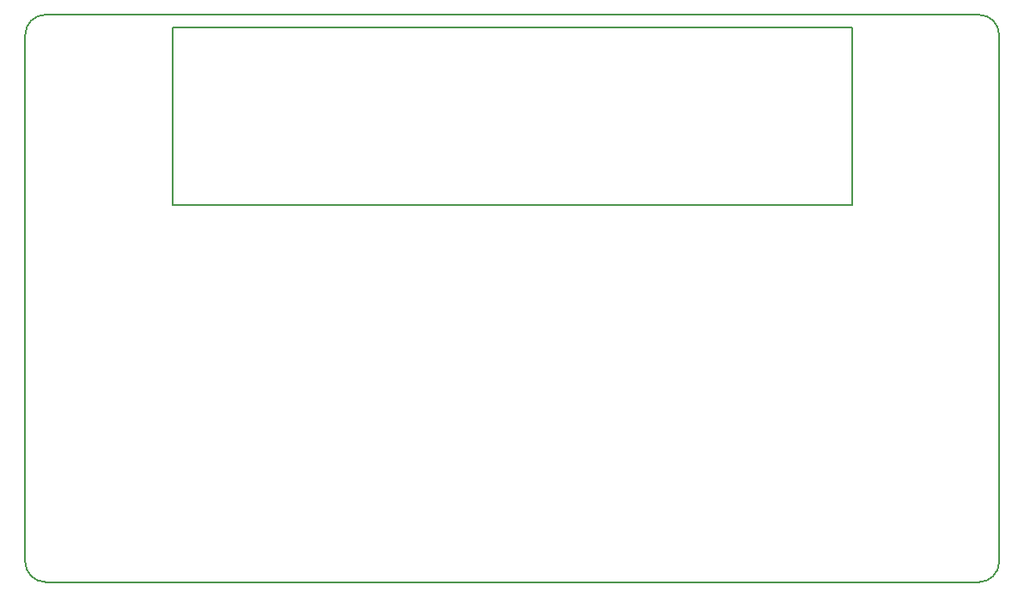
<source format=gbr>
G04 #@! TF.GenerationSoftware,KiCad,Pcbnew,5.1.8-db9833491~87~ubuntu20.04.1*
G04 #@! TF.CreationDate,2020-11-19T12:33:46+01:00*
G04 #@! TF.ProjectId,lucy,6c756379-2e6b-4696-9361-645f70636258,v1.0*
G04 #@! TF.SameCoordinates,Original*
G04 #@! TF.FileFunction,Profile,NP*
%FSLAX46Y46*%
G04 Gerber Fmt 4.6, Leading zero omitted, Abs format (unit mm)*
G04 Created by KiCad (PCBNEW 5.1.8-db9833491~87~ubuntu20.04.1) date 2020-11-19 12:33:46*
%MOMM*%
%LPD*%
G01*
G04 APERTURE LIST*
G04 #@! TA.AperFunction,Profile*
%ADD10C,0.150000*%
G04 #@! TD*
G04 APERTURE END LIST*
D10*
X116500000Y-90750000D02*
X116500000Y-73250000D01*
X183500000Y-90750000D02*
X116500000Y-90750000D01*
X183500000Y-73250000D02*
X183500000Y-90750000D01*
X116500000Y-73250000D02*
X183500000Y-73250000D01*
X196000000Y-72000000D02*
G75*
G02*
X198000000Y-74000000I0J-2000000D01*
G01*
X198000000Y-126000000D02*
G75*
G02*
X196000000Y-128000000I-2000000J0D01*
G01*
X104000000Y-128000000D02*
G75*
G02*
X102000000Y-126000000I0J2000000D01*
G01*
X102000000Y-74000000D02*
G75*
G02*
X104000000Y-72000000I2000000J0D01*
G01*
X102000000Y-126000000D02*
X102000000Y-74000000D01*
X196000000Y-128000000D02*
X104000000Y-128000000D01*
X198000000Y-74000000D02*
X198000000Y-126000000D01*
X104000000Y-72000000D02*
X196000000Y-72000000D01*
M02*

</source>
